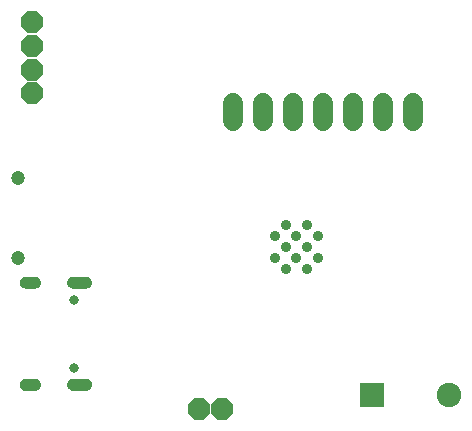
<source format=gbr>
G04 EAGLE Gerber RS-274X export*
G75*
%MOMM*%
%FSLAX34Y34*%
%LPD*%
%INSoldermask Bottom*%
%IPPOS*%
%AMOC8*
5,1,8,0,0,1.08239X$1,22.5*%
G01*
%ADD10C,0.911200*%
%ADD11C,1.203200*%
%ADD12C,0.803200*%
%ADD13C,1.727200*%
%ADD14P,2.034460X8X22.500000*%
%ADD15P,2.034460X8X292.500000*%
%ADD16R,2.070100X2.070100*%
%ADD17C,2.070100*%

G36*
X205953Y440653D02*
X205953Y440653D01*
X205956Y440651D01*
X207068Y440776D01*
X207074Y440782D01*
X207079Y440779D01*
X208136Y441149D01*
X208140Y441156D01*
X208146Y441153D01*
X209094Y441749D01*
X209097Y441757D01*
X209102Y441756D01*
X209894Y442548D01*
X209895Y442556D01*
X209901Y442556D01*
X210497Y443504D01*
X210496Y443513D01*
X210501Y443514D01*
X210871Y444571D01*
X210870Y444575D01*
X210872Y444577D01*
X210870Y444580D01*
X210874Y444582D01*
X210999Y445695D01*
X210995Y445701D01*
X210999Y445705D01*
X210886Y446808D01*
X210880Y446814D01*
X210884Y446819D01*
X210528Y447868D01*
X210521Y447873D01*
X210523Y447878D01*
X209943Y448823D01*
X209936Y448826D01*
X209936Y448832D01*
X209161Y449623D01*
X209152Y449625D01*
X209152Y449630D01*
X208219Y450230D01*
X208211Y450229D01*
X208210Y450234D01*
X207167Y450611D01*
X207159Y450609D01*
X207156Y450614D01*
X206056Y450749D01*
X206053Y450747D01*
X206052Y450747D01*
X206050Y450749D01*
X195050Y450749D01*
X195047Y450747D01*
X195045Y450749D01*
X193920Y450634D01*
X193914Y450628D01*
X193909Y450631D01*
X192838Y450268D01*
X192834Y450261D01*
X192828Y450264D01*
X191865Y449671D01*
X191862Y449664D01*
X191856Y449665D01*
X191048Y448873D01*
X191047Y448865D01*
X191042Y448864D01*
X190430Y447913D01*
X190431Y447907D01*
X190427Y447904D01*
X190427Y447903D01*
X190426Y447903D01*
X190041Y446839D01*
X190044Y446831D01*
X190039Y446828D01*
X189901Y445706D01*
X189905Y445699D01*
X189901Y445695D01*
X190026Y444582D01*
X190032Y444576D01*
X190029Y444571D01*
X190399Y443514D01*
X190406Y443510D01*
X190403Y443504D01*
X190999Y442556D01*
X191007Y442553D01*
X191006Y442548D01*
X191798Y441756D01*
X191806Y441755D01*
X191806Y441749D01*
X192754Y441153D01*
X192763Y441154D01*
X192764Y441149D01*
X193821Y440779D01*
X193829Y440781D01*
X193832Y440776D01*
X194945Y440651D01*
X194948Y440653D01*
X194950Y440651D01*
X205950Y440651D01*
X205953Y440653D01*
G37*
G36*
X205953Y527153D02*
X205953Y527153D01*
X205956Y527151D01*
X207068Y527276D01*
X207074Y527282D01*
X207079Y527279D01*
X208136Y527649D01*
X208140Y527656D01*
X208146Y527653D01*
X209094Y528249D01*
X209097Y528257D01*
X209102Y528256D01*
X209894Y529048D01*
X209895Y529056D01*
X209901Y529056D01*
X210497Y530004D01*
X210496Y530013D01*
X210501Y530014D01*
X210871Y531071D01*
X210870Y531075D01*
X210872Y531077D01*
X210870Y531080D01*
X210874Y531082D01*
X210999Y532195D01*
X210995Y532202D01*
X210999Y532206D01*
X210874Y533318D01*
X210868Y533324D01*
X210871Y533329D01*
X210501Y534386D01*
X210495Y534390D01*
X210497Y534396D01*
X209901Y535344D01*
X209893Y535347D01*
X209894Y535352D01*
X209102Y536144D01*
X209094Y536145D01*
X209094Y536151D01*
X208146Y536747D01*
X208137Y536746D01*
X208136Y536751D01*
X207079Y537121D01*
X207071Y537119D01*
X207068Y537124D01*
X205956Y537249D01*
X205952Y537247D01*
X205950Y537249D01*
X194950Y537249D01*
X194947Y537247D01*
X194946Y537247D01*
X194945Y537249D01*
X193832Y537124D01*
X193826Y537118D01*
X193821Y537121D01*
X192764Y536751D01*
X192760Y536745D01*
X192754Y536747D01*
X191806Y536151D01*
X191803Y536143D01*
X191798Y536144D01*
X191006Y535352D01*
X191005Y535344D01*
X190999Y535344D01*
X190403Y534396D01*
X190404Y534387D01*
X190399Y534386D01*
X190029Y533329D01*
X190031Y533323D01*
X190027Y533320D01*
X190028Y533319D01*
X190026Y533318D01*
X189901Y532206D01*
X189905Y532198D01*
X189901Y532195D01*
X190026Y531082D01*
X190032Y531076D01*
X190029Y531071D01*
X190399Y530014D01*
X190406Y530010D01*
X190403Y530004D01*
X190999Y529056D01*
X191007Y529053D01*
X191006Y529048D01*
X191798Y528256D01*
X191806Y528255D01*
X191806Y528249D01*
X192754Y527653D01*
X192763Y527654D01*
X192764Y527649D01*
X193821Y527279D01*
X193829Y527281D01*
X193832Y527276D01*
X194945Y527151D01*
X194948Y527153D01*
X194950Y527151D01*
X205950Y527151D01*
X205953Y527153D01*
G37*
G36*
X162753Y527153D02*
X162753Y527153D01*
X162756Y527151D01*
X163868Y527276D01*
X163874Y527282D01*
X163879Y527279D01*
X164936Y527649D01*
X164940Y527656D01*
X164946Y527653D01*
X165894Y528249D01*
X165897Y528257D01*
X165902Y528256D01*
X166694Y529048D01*
X166695Y529056D01*
X166701Y529056D01*
X167297Y530004D01*
X167296Y530013D01*
X167301Y530014D01*
X167671Y531071D01*
X167670Y531075D01*
X167672Y531077D01*
X167670Y531080D01*
X167674Y531082D01*
X167799Y532195D01*
X167795Y532202D01*
X167799Y532206D01*
X167674Y533318D01*
X167668Y533324D01*
X167671Y533329D01*
X167301Y534386D01*
X167295Y534390D01*
X167297Y534396D01*
X166701Y535344D01*
X166693Y535347D01*
X166694Y535352D01*
X165902Y536144D01*
X165894Y536145D01*
X165894Y536151D01*
X164946Y536747D01*
X164937Y536746D01*
X164936Y536751D01*
X163879Y537121D01*
X163871Y537119D01*
X163868Y537124D01*
X162756Y537249D01*
X162752Y537247D01*
X162750Y537249D01*
X154750Y537249D01*
X154747Y537247D01*
X154746Y537247D01*
X154745Y537249D01*
X153632Y537124D01*
X153626Y537118D01*
X153621Y537121D01*
X152564Y536751D01*
X152560Y536745D01*
X152554Y536747D01*
X151606Y536151D01*
X151603Y536143D01*
X151598Y536144D01*
X150806Y535352D01*
X150805Y535344D01*
X150799Y535344D01*
X150203Y534396D01*
X150204Y534387D01*
X150199Y534386D01*
X149829Y533329D01*
X149831Y533323D01*
X149827Y533320D01*
X149828Y533319D01*
X149826Y533318D01*
X149701Y532206D01*
X149705Y532198D01*
X149701Y532195D01*
X149826Y531082D01*
X149832Y531076D01*
X149829Y531071D01*
X150199Y530014D01*
X150206Y530010D01*
X150203Y530004D01*
X150799Y529056D01*
X150807Y529053D01*
X150806Y529048D01*
X151598Y528256D01*
X151606Y528255D01*
X151606Y528249D01*
X152554Y527653D01*
X152563Y527654D01*
X152564Y527649D01*
X153621Y527279D01*
X153629Y527281D01*
X153632Y527276D01*
X154745Y527151D01*
X154748Y527153D01*
X154750Y527151D01*
X162750Y527151D01*
X162753Y527153D01*
G37*
G36*
X162753Y440653D02*
X162753Y440653D01*
X162756Y440651D01*
X163868Y440776D01*
X163874Y440782D01*
X163879Y440779D01*
X164936Y441149D01*
X164940Y441156D01*
X164946Y441153D01*
X165894Y441749D01*
X165897Y441757D01*
X165902Y441756D01*
X166694Y442548D01*
X166695Y442556D01*
X166701Y442556D01*
X167297Y443504D01*
X167296Y443513D01*
X167301Y443514D01*
X167671Y444571D01*
X167670Y444575D01*
X167672Y444577D01*
X167670Y444580D01*
X167674Y444582D01*
X167799Y445695D01*
X167795Y445702D01*
X167799Y445706D01*
X167674Y446818D01*
X167668Y446824D01*
X167671Y446829D01*
X167301Y447886D01*
X167295Y447890D01*
X167297Y447896D01*
X166701Y448844D01*
X166693Y448847D01*
X166694Y448852D01*
X165902Y449644D01*
X165894Y449645D01*
X165894Y449651D01*
X164946Y450247D01*
X164937Y450246D01*
X164936Y450251D01*
X163879Y450621D01*
X163871Y450619D01*
X163868Y450624D01*
X162756Y450749D01*
X162752Y450747D01*
X162750Y450749D01*
X154750Y450749D01*
X154747Y450747D01*
X154746Y450747D01*
X154745Y450749D01*
X153632Y450624D01*
X153626Y450618D01*
X153621Y450621D01*
X152564Y450251D01*
X152560Y450245D01*
X152554Y450247D01*
X151606Y449651D01*
X151603Y449643D01*
X151598Y449644D01*
X150806Y448852D01*
X150805Y448844D01*
X150799Y448844D01*
X150203Y447896D01*
X150204Y447887D01*
X150199Y447886D01*
X149829Y446829D01*
X149831Y446823D01*
X149827Y446820D01*
X149828Y446819D01*
X149826Y446818D01*
X149701Y445706D01*
X149705Y445698D01*
X149701Y445695D01*
X149826Y444582D01*
X149832Y444576D01*
X149829Y444571D01*
X150199Y443514D01*
X150206Y443510D01*
X150203Y443504D01*
X150799Y442556D01*
X150807Y442553D01*
X150806Y442548D01*
X151598Y441756D01*
X151606Y441755D01*
X151606Y441749D01*
X152554Y441153D01*
X152563Y441154D01*
X152564Y441149D01*
X153621Y440779D01*
X153629Y440781D01*
X153632Y440776D01*
X154745Y440651D01*
X154748Y440653D01*
X154750Y440651D01*
X162750Y440651D01*
X162753Y440653D01*
G37*
D10*
X402350Y571625D03*
X402350Y553275D03*
X393175Y580800D03*
X393175Y562450D03*
X393175Y544100D03*
X384000Y571625D03*
X384000Y553275D03*
X374825Y580800D03*
X374825Y562450D03*
X374825Y544100D03*
X365650Y571625D03*
X365650Y553275D03*
D11*
X148590Y620740D03*
X148590Y552740D03*
D12*
X195550Y517850D03*
X195550Y460050D03*
D13*
X482600Y669290D02*
X482600Y684530D01*
X457200Y684530D02*
X457200Y669290D01*
X431800Y669290D02*
X431800Y684530D01*
X406400Y684530D02*
X406400Y669290D01*
X381000Y669290D02*
X381000Y684530D01*
X355600Y684530D02*
X355600Y669290D01*
X330200Y669290D02*
X330200Y684530D01*
D14*
X301150Y425450D03*
X321150Y425450D03*
D15*
X160020Y752630D03*
X160020Y732630D03*
X160020Y712630D03*
X160020Y692630D03*
D16*
X448056Y436880D03*
D17*
X513080Y436880D03*
M02*

</source>
